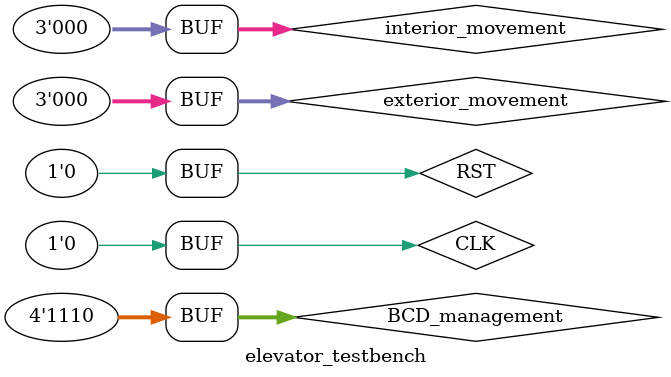
<source format=v>
`timescale 1ns / 1ps

module elevator_testbench;

	// Inputs
	reg CLK, RST;
	reg [3:0] BCD_management;
	reg [2:0] interior_movement, exterior_movement;

	// Outputs
	wire [1:0] engine;
	wire [2:0] doors;

	// Instantiate the Unit Under Test (UUT)
	elevator uut (
		.CLK(CLK), 
		.RST(RST), 
		.BCD_management(BCD_management), 
		.engine(engine), 
		.doors(doors), 
		.interior_movement(interior_movement), 
		.exterior_movement(exterior_movement)
	);

	initial 
	begin
		CLK = 0;
		repeat (100)
	#10 CLK = ~CLK;
	end
	
	initial
	begin
	
	/*  
		### login and request ###
	
		interior_movement = 3'b000;
		exterior_movement = 3'b000;
		BCD_management = 4'b0000;
		RST = 0;
	#5 
		RST = 1;
	#20	 
		RST = 0;
	#20
		BCD_management = 4'b1011;
	#20	 
		BCD_management = 4'b0000;
	#20  
		BCD_management = 4'b0001;
		BCD_management = 4'b0000;
	#20  
		BCD_management = 4'b0001;
	#20
		BCD_management = 4'b1101;
	#40  
		BCD_management = 4'b0001;
	#20  
		BCD_management = 4'b0000;
		BCD_management = 4'b0001;
	#20  
		BCD_management = 4'b0000;
		BCD_management = 4'b0001;
	#20  
		BCD_management = 4'b0000;
		BCD_management = 4'b0001;
	#20
		BCD_management = 4'b1101;
	#40	
		interior_movement = 3'b010;
	#20
		interior_movement = 3'b000;
		
	*/
		
	//	### login as an admin and add a new user ###
	
		interior_movement = 3'b000;
		exterior_movement = 3'b000;
		BCD_management = 4'b0000;
		
		RST = 0;
	#5 
		RST = 1;
	#20	 
		RST = 0;
		
	#20
		BCD_management = 4'b1011;
		
	#20	 
		BCD_management = 4'b0000;
	#20  
		BCD_management = 4'b0001;
		BCD_management = 4'b0000;
	#20  
		BCD_management = 4'b0001;
		
	#20
		BCD_management = 4'b1011;
		
	#40  
		BCD_management = 4'b0001;
	#20  
		BCD_management = 4'b0000;
		BCD_management = 4'b0001;
	#20  
		BCD_management = 4'b0000;
		BCD_management = 4'b0001;
	#20  
		BCD_management = 4'b0000;
		BCD_management = 4'b0001;
		
	#20
		BCD_management = 4'b1101;	
		
	#40
		BCD_management = 4'b1011;
		
	#20	 
		BCD_management = 4'b0000;
	#20  
		BCD_management = 4'b0001;
		BCD_management = 4'b0000;
	#20  
		BCD_management = 4'b0010;
		
	#20
		BCD_management = 4'b1100;
		
	#40  
		BCD_management = 4'b0001;
	#20  
		BCD_management = 4'b0000;
		BCD_management = 4'b0001;
	#20  
		BCD_management = 4'b0000;
		BCD_management = 4'b0001;
	#20  
		BCD_management = 4'b0000;
		BCD_management = 4'b0001;
		
		
	#20
		BCD_management = 4'b1011;
	#20  
		BCD_management = 4'b0000;
	#20  
		BCD_management = 4'b0000;
	#40  
		BCD_management = 4'b0000;
		BCD_management = 4'b0001;
		
		
	#20
		BCD_management = 4'b1011;
	#40  
		BCD_management = 4'b0001;
	#20  
		BCD_management = 4'b0000;
		BCD_management = 4'b0001;
	#20  
		BCD_management = 4'b0000;
		BCD_management = 4'b0001;
	#20  
		BCD_management = 4'b0000;
		BCD_management = 4'b0001;
		
	#20
		BCD_management = 4'b1101;
		
	#20
		BCD_management = 4'b1011;
		
	#20  
		BCD_management = 4'b0000;
	#20  
		BCD_management = 4'b0000;
	#40  
		BCD_management = 4'b0010;
		
	#20
		BCD_management = 4'b1110;
			
	end
      
endmodule


</source>
